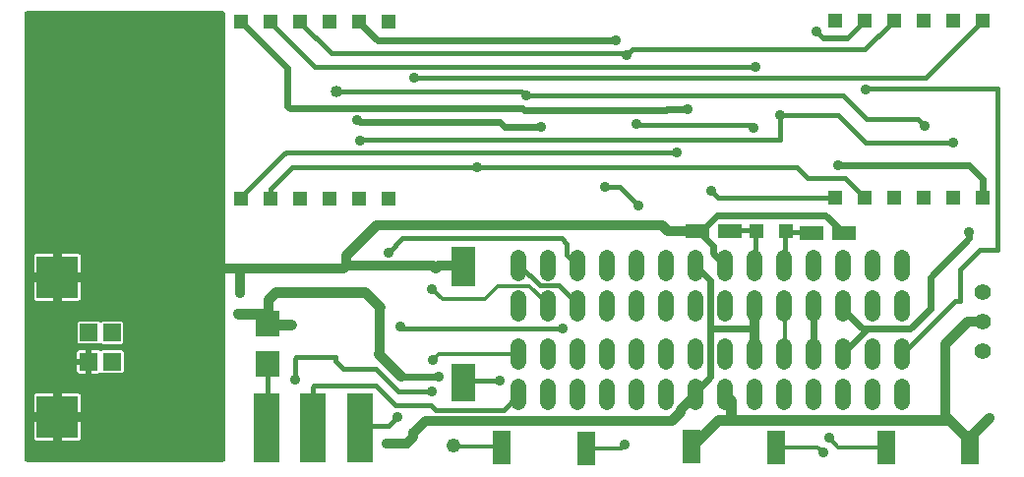
<source format=gbr>
G04 EAGLE Gerber RS-274X export*
G75*
%MOMM*%
%FSLAX34Y34*%
%LPD*%
%INTop Copper*%
%IPPOS*%
%AMOC8*
5,1,8,0,0,1.08239X$1,22.5*%
G01*
%ADD10R,1.308000X1.308000*%
%ADD11C,1.320800*%
%ADD12C,1.408000*%
%ADD13R,2.000000X2.200000*%
%ADD14R,3.516000X3.516000*%
%ADD15R,1.508000X1.508000*%
%ADD16R,2.200000X6.000000*%
%ADD17R,2.000000X3.300000*%
%ADD18R,2.000000X3.500000*%
%ADD19R,1.500000X3.000000*%
%ADD20R,2.159000X1.270000*%
%ADD21C,0.304800*%
%ADD22C,0.609600*%
%ADD23C,0.830581*%
%ADD24C,0.812800*%
%ADD25C,0.914400*%
%ADD26C,1.219200*%
%ADD27C,0.914400*%
%ADD28C,0.838200*%
%ADD29C,0.457200*%
%ADD30C,0.406400*%
%ADD31C,0.474981*%
%ADD32C,1.016000*%
%ADD33C,0.381000*%

G36*
X316018Y402583D02*
X316018Y402583D01*
X316036Y402581D01*
X316218Y402602D01*
X316401Y402621D01*
X316418Y402626D01*
X316435Y402628D01*
X316610Y402685D01*
X316786Y402739D01*
X316801Y402747D01*
X316818Y402753D01*
X316978Y402843D01*
X317140Y402931D01*
X317153Y402942D01*
X317169Y402951D01*
X317308Y403071D01*
X317449Y403188D01*
X317460Y403202D01*
X317474Y403214D01*
X317586Y403359D01*
X317701Y403502D01*
X317709Y403518D01*
X317720Y403532D01*
X317802Y403697D01*
X317887Y403859D01*
X317892Y403876D01*
X317900Y403892D01*
X317947Y404071D01*
X317998Y404246D01*
X318000Y404264D01*
X318004Y404281D01*
X318031Y404612D01*
X318031Y788388D01*
X318029Y788406D01*
X318031Y788424D01*
X318010Y788606D01*
X317991Y788789D01*
X317986Y788806D01*
X317984Y788823D01*
X317927Y788998D01*
X317873Y789174D01*
X317865Y789189D01*
X317859Y789206D01*
X317769Y789366D01*
X317681Y789528D01*
X317670Y789541D01*
X317661Y789557D01*
X317541Y789696D01*
X317424Y789837D01*
X317410Y789848D01*
X317398Y789862D01*
X317253Y789974D01*
X317110Y790089D01*
X317094Y790097D01*
X317080Y790108D01*
X316915Y790190D01*
X316753Y790275D01*
X316736Y790280D01*
X316720Y790288D01*
X316541Y790335D01*
X316366Y790386D01*
X316348Y790388D01*
X316331Y790392D01*
X316000Y790419D01*
X147112Y790419D01*
X147094Y790417D01*
X147076Y790419D01*
X146894Y790398D01*
X146711Y790379D01*
X146694Y790374D01*
X146677Y790372D01*
X146502Y790315D01*
X146326Y790261D01*
X146311Y790253D01*
X146294Y790247D01*
X146134Y790157D01*
X145972Y790069D01*
X145959Y790058D01*
X145943Y790049D01*
X145804Y789929D01*
X145663Y789812D01*
X145652Y789798D01*
X145638Y789786D01*
X145526Y789641D01*
X145411Y789498D01*
X145403Y789482D01*
X145392Y789468D01*
X145310Y789303D01*
X145225Y789141D01*
X145220Y789124D01*
X145212Y789108D01*
X145165Y788929D01*
X145114Y788754D01*
X145112Y788736D01*
X145108Y788719D01*
X145081Y788388D01*
X145081Y404612D01*
X145083Y404594D01*
X145081Y404576D01*
X145102Y404394D01*
X145121Y404211D01*
X145126Y404194D01*
X145128Y404177D01*
X145185Y404002D01*
X145239Y403826D01*
X145247Y403811D01*
X145253Y403794D01*
X145343Y403634D01*
X145431Y403472D01*
X145442Y403459D01*
X145451Y403443D01*
X145571Y403304D01*
X145688Y403163D01*
X145702Y403152D01*
X145714Y403138D01*
X145859Y403026D01*
X146002Y402911D01*
X146018Y402903D01*
X146032Y402892D01*
X146197Y402810D01*
X146359Y402725D01*
X146376Y402720D01*
X146392Y402712D01*
X146571Y402665D01*
X146746Y402614D01*
X146764Y402612D01*
X146781Y402608D01*
X147112Y402581D01*
X316000Y402581D01*
X316018Y402583D01*
G37*
%LPC*%
G36*
X212368Y504127D02*
X212368Y504127D01*
X212011Y504484D01*
X211997Y504495D01*
X211986Y504509D01*
X211842Y504623D01*
X211700Y504739D01*
X211684Y504747D01*
X211670Y504759D01*
X211506Y504842D01*
X211344Y504928D01*
X211327Y504933D01*
X211311Y504941D01*
X211134Y504990D01*
X210958Y505042D01*
X210940Y505044D01*
X210923Y505049D01*
X210740Y505062D01*
X210557Y505079D01*
X210539Y505077D01*
X210522Y505078D01*
X210340Y505055D01*
X210157Y505035D01*
X210140Y505030D01*
X210122Y505028D01*
X209949Y504970D01*
X209773Y504914D01*
X209757Y504905D01*
X209741Y504900D01*
X209581Y504808D01*
X209421Y504719D01*
X209407Y504708D01*
X209392Y504699D01*
X209139Y504484D01*
X208982Y504327D01*
X192218Y504327D01*
X191027Y505518D01*
X191027Y522282D01*
X192218Y523473D01*
X208982Y523473D01*
X209339Y523116D01*
X209352Y523105D01*
X209364Y523091D01*
X209508Y522978D01*
X209650Y522861D01*
X209666Y522853D01*
X209680Y522842D01*
X209844Y522758D01*
X210006Y522672D01*
X210023Y522667D01*
X210039Y522659D01*
X210216Y522610D01*
X210392Y522558D01*
X210410Y522556D01*
X210427Y522551D01*
X210610Y522538D01*
X210793Y522521D01*
X210811Y522523D01*
X210828Y522522D01*
X211010Y522545D01*
X211193Y522565D01*
X211210Y522570D01*
X211228Y522572D01*
X211402Y522631D01*
X211577Y522686D01*
X211592Y522695D01*
X211609Y522700D01*
X211769Y522792D01*
X211929Y522881D01*
X211943Y522892D01*
X211958Y522901D01*
X212211Y523116D01*
X212368Y523273D01*
X229132Y523273D01*
X230323Y522082D01*
X230323Y505318D01*
X229132Y504127D01*
X212368Y504127D01*
G37*
%LPD*%
%LPC*%
G36*
X203099Y478819D02*
X203099Y478819D01*
X203099Y488432D01*
X203097Y488450D01*
X203099Y488467D01*
X203078Y488649D01*
X203059Y488832D01*
X203054Y488849D01*
X203052Y488867D01*
X203039Y488908D01*
X203066Y489002D01*
X203068Y489020D01*
X203072Y489037D01*
X203099Y489368D01*
X203099Y498981D01*
X208475Y498981D01*
X209121Y498808D01*
X209728Y498457D01*
X209817Y498386D01*
X209959Y498270D01*
X209975Y498262D01*
X209989Y498251D01*
X210153Y498168D01*
X210315Y498082D01*
X210332Y498076D01*
X210348Y498068D01*
X210525Y498019D01*
X210701Y497967D01*
X210719Y497965D01*
X210736Y497960D01*
X210920Y497947D01*
X211102Y497930D01*
X211120Y497932D01*
X211138Y497931D01*
X211320Y497954D01*
X211502Y497974D01*
X211519Y497979D01*
X211537Y497981D01*
X211711Y498040D01*
X211886Y498095D01*
X211902Y498104D01*
X211919Y498110D01*
X212078Y498202D01*
X212238Y498290D01*
X212252Y498302D01*
X212268Y498311D01*
X212400Y498423D01*
X229182Y498423D01*
X230373Y497232D01*
X230373Y480468D01*
X229182Y479277D01*
X212410Y479277D01*
X212301Y479363D01*
X212159Y479480D01*
X212143Y479488D01*
X212129Y479499D01*
X211965Y479583D01*
X211803Y479668D01*
X211786Y479674D01*
X211770Y479682D01*
X211593Y479731D01*
X211417Y479783D01*
X211399Y479785D01*
X211382Y479790D01*
X211200Y479803D01*
X211016Y479820D01*
X210998Y479818D01*
X210981Y479819D01*
X210800Y479796D01*
X210616Y479776D01*
X210599Y479771D01*
X210581Y479769D01*
X210407Y479710D01*
X210232Y479655D01*
X210217Y479646D01*
X210199Y479640D01*
X210040Y479548D01*
X209880Y479460D01*
X209866Y479448D01*
X209851Y479439D01*
X209757Y479360D01*
X209121Y478992D01*
X208475Y478819D01*
X203099Y478819D01*
G37*
%LPD*%
%LPC*%
G36*
X177563Y565663D02*
X177563Y565663D01*
X177563Y581721D01*
X191415Y581721D01*
X192061Y581548D01*
X192640Y581213D01*
X193113Y580740D01*
X193448Y580161D01*
X193621Y579515D01*
X193621Y565663D01*
X177563Y565663D01*
G37*
%LPD*%
%LPC*%
G36*
X177563Y445263D02*
X177563Y445263D01*
X177563Y461321D01*
X191415Y461321D01*
X192061Y461148D01*
X192640Y460813D01*
X193113Y460340D01*
X193448Y459761D01*
X193621Y459115D01*
X193621Y445263D01*
X177563Y445263D01*
G37*
%LPD*%
%LPC*%
G36*
X153379Y565663D02*
X153379Y565663D01*
X153379Y579515D01*
X153552Y580161D01*
X153887Y580740D01*
X154360Y581213D01*
X154939Y581548D01*
X155585Y581721D01*
X169437Y581721D01*
X169437Y565663D01*
X153379Y565663D01*
G37*
%LPD*%
%LPC*%
G36*
X177563Y541479D02*
X177563Y541479D01*
X177563Y557537D01*
X193621Y557537D01*
X193621Y543685D01*
X193448Y543039D01*
X193113Y542460D01*
X192640Y541987D01*
X192061Y541652D01*
X191415Y541479D01*
X177563Y541479D01*
G37*
%LPD*%
%LPC*%
G36*
X153379Y445263D02*
X153379Y445263D01*
X153379Y459115D01*
X153552Y459761D01*
X153887Y460340D01*
X154360Y460813D01*
X154939Y461148D01*
X155585Y461321D01*
X169437Y461321D01*
X169437Y445263D01*
X153379Y445263D01*
G37*
%LPD*%
%LPC*%
G36*
X177563Y421079D02*
X177563Y421079D01*
X177563Y437137D01*
X193621Y437137D01*
X193621Y423285D01*
X193448Y422639D01*
X193113Y422060D01*
X192640Y421587D01*
X192061Y421252D01*
X191415Y421079D01*
X177563Y421079D01*
G37*
%LPD*%
%LPC*%
G36*
X155585Y541479D02*
X155585Y541479D01*
X154939Y541652D01*
X154360Y541987D01*
X153887Y542460D01*
X153552Y543039D01*
X153379Y543685D01*
X153379Y557537D01*
X169437Y557537D01*
X169437Y541479D01*
X155585Y541479D01*
G37*
%LPD*%
%LPC*%
G36*
X155585Y421079D02*
X155585Y421079D01*
X154939Y421252D01*
X154360Y421587D01*
X153887Y422060D01*
X153552Y422639D01*
X153379Y423285D01*
X153379Y437137D01*
X169437Y437137D01*
X169437Y421079D01*
X155585Y421079D01*
G37*
%LPD*%
%LPC*%
G36*
X190519Y491399D02*
X190519Y491399D01*
X190519Y496775D01*
X190692Y497421D01*
X191027Y498000D01*
X191500Y498473D01*
X192079Y498808D01*
X192725Y498981D01*
X198101Y498981D01*
X198101Y491399D01*
X190519Y491399D01*
G37*
%LPD*%
%LPC*%
G36*
X192725Y478819D02*
X192725Y478819D01*
X192079Y478992D01*
X191500Y479327D01*
X191027Y479800D01*
X190692Y480379D01*
X190519Y481025D01*
X190519Y486401D01*
X198101Y486401D01*
X198101Y478819D01*
X192725Y478819D01*
G37*
%LPD*%
%LPC*%
G36*
X173499Y561599D02*
X173499Y561599D01*
X173499Y561601D01*
X173501Y561601D01*
X173501Y561599D01*
X173499Y561599D01*
G37*
%LPD*%
%LPC*%
G36*
X173499Y441199D02*
X173499Y441199D01*
X173499Y441201D01*
X173501Y441201D01*
X173501Y441199D01*
X173499Y441199D01*
G37*
%LPD*%
D10*
X331629Y629245D03*
X357029Y629245D03*
X382429Y629245D03*
X407829Y629245D03*
X433229Y629245D03*
X458629Y629245D03*
X458629Y781645D03*
X433229Y781645D03*
X407829Y781645D03*
X382429Y781645D03*
X357029Y781645D03*
X331629Y781645D03*
X842907Y629991D03*
X868307Y629991D03*
X893707Y629991D03*
X919107Y629991D03*
X944507Y629991D03*
X969907Y629991D03*
X969907Y782391D03*
X944507Y782391D03*
X919107Y782391D03*
X893707Y782391D03*
X868307Y782391D03*
X842907Y782391D03*
D11*
X570400Y467004D02*
X570400Y453796D01*
X595800Y453796D02*
X595800Y467004D01*
X621200Y467004D02*
X621200Y453796D01*
X646600Y453796D02*
X646600Y467004D01*
X672000Y467004D02*
X672000Y453796D01*
X697400Y453796D02*
X697400Y467004D01*
X722800Y467004D02*
X722800Y453796D01*
X748200Y453796D02*
X748200Y467004D01*
X773600Y467004D02*
X773600Y453796D01*
X799000Y453796D02*
X799000Y467004D01*
X824400Y467004D02*
X824400Y453796D01*
X849800Y453796D02*
X849800Y467004D01*
X875200Y467004D02*
X875200Y453796D01*
X900600Y453796D02*
X900600Y467004D01*
X900600Y529996D02*
X900600Y543204D01*
X875200Y543204D02*
X875200Y529996D01*
X849800Y529996D02*
X849800Y543204D01*
X824400Y543204D02*
X824400Y529996D01*
X799000Y529996D02*
X799000Y543204D01*
X773600Y543204D02*
X773600Y529996D01*
X748200Y529996D02*
X748200Y543204D01*
X722800Y543204D02*
X722800Y529996D01*
X697400Y529996D02*
X697400Y543204D01*
X672000Y543204D02*
X672000Y529996D01*
X646600Y529996D02*
X646600Y543204D01*
X621200Y543204D02*
X621200Y529996D01*
X595800Y529996D02*
X595800Y543204D01*
X570400Y543204D02*
X570400Y529996D01*
X570400Y564996D02*
X570400Y578204D01*
X595800Y578204D02*
X595800Y564996D01*
X621200Y564996D02*
X621200Y578204D01*
X646600Y578204D02*
X646600Y564996D01*
X672000Y564996D02*
X672000Y578204D01*
X697400Y578204D02*
X697400Y564996D01*
X722800Y564996D02*
X722800Y578204D01*
X748200Y578204D02*
X748200Y564996D01*
X773600Y564996D02*
X773600Y578204D01*
X799000Y578204D02*
X799000Y564996D01*
X824400Y564996D02*
X824400Y578204D01*
X849800Y578204D02*
X849800Y564996D01*
X875200Y564996D02*
X875200Y578204D01*
X900600Y578204D02*
X900600Y564996D01*
X900600Y502004D02*
X900600Y488796D01*
X875200Y488796D02*
X875200Y502004D01*
X849800Y502004D02*
X849800Y488796D01*
X824400Y488796D02*
X824400Y502004D01*
X799000Y502004D02*
X799000Y488796D01*
X773600Y488796D02*
X773600Y502004D01*
X748200Y502004D02*
X748200Y488796D01*
X722800Y488796D02*
X722800Y502004D01*
X697400Y502004D02*
X697400Y488796D01*
X672000Y488796D02*
X672000Y502004D01*
X646600Y502004D02*
X646600Y488796D01*
X621200Y488796D02*
X621200Y502004D01*
X595800Y502004D02*
X595800Y488796D01*
X570400Y488796D02*
X570400Y502004D01*
D12*
X969900Y548900D03*
X969900Y523500D03*
X969900Y498100D03*
D13*
X354500Y487000D03*
X354500Y521500D03*
D14*
X173500Y561600D03*
X173500Y441200D03*
D15*
X200600Y513900D03*
X200600Y488900D03*
X220750Y513700D03*
X220800Y488850D03*
D16*
X353800Y432000D03*
X393200Y432000D03*
X433800Y432000D03*
D17*
X522500Y470500D03*
D18*
X522500Y570500D03*
D19*
X555700Y414800D03*
X628300Y414300D03*
X719700Y415800D03*
X792300Y415300D03*
X959300Y414700D03*
X886700Y415200D03*
D10*
X774800Y601500D03*
X800200Y601500D03*
D20*
X752290Y600850D03*
X724710Y600850D03*
X822910Y599350D03*
X850490Y599350D03*
D21*
X557213Y415925D02*
X555700Y414800D01*
D22*
X834863Y614525D02*
X849313Y600075D01*
X834863Y614525D02*
X741525Y614525D01*
X727075Y600075D01*
D21*
X849313Y600075D02*
X850490Y599350D01*
X727075Y600075D02*
X724710Y600850D01*
X958850Y420900D02*
X958850Y416700D01*
X958850Y415925D01*
X959300Y414700D01*
D23*
X501650Y571500D02*
X498900Y568750D01*
D24*
X501650Y571500D02*
X522288Y571500D01*
D21*
X522500Y570500D01*
X555625Y415925D02*
X555700Y414800D01*
D25*
X171150Y753425D03*
X422013Y571350D03*
X501650Y571500D03*
X293138Y569025D03*
D24*
X699350Y600850D02*
X724710Y600850D01*
X699350Y600850D02*
X693600Y606600D01*
D26*
X514550Y416850D03*
D22*
X737650Y582150D02*
X748200Y571600D01*
X737650Y582150D02*
X737650Y588650D01*
X725450Y600850D01*
X724710Y600850D01*
D24*
X937800Y441950D02*
X940025Y439725D01*
X958850Y420900D01*
D25*
X975600Y440550D03*
D24*
X969900Y523500D02*
X957100Y523500D01*
X937800Y504200D01*
X937800Y441950D01*
X958850Y423800D02*
X975600Y440550D01*
X958850Y423800D02*
X958850Y416700D01*
D21*
X515475Y415925D02*
X514550Y416850D01*
X515475Y415925D02*
X555625Y415925D01*
X557213Y415925D01*
D24*
X448350Y606600D02*
X693600Y606600D01*
X448350Y606600D02*
X422013Y580263D01*
D25*
X331000Y548250D03*
D27*
X748200Y460400D02*
X752800Y455800D01*
X752800Y438600D01*
X938900Y438600D01*
X940025Y439725D01*
X742500Y438600D02*
X719700Y415800D01*
X742500Y438600D02*
X752800Y438600D01*
D25*
X296650Y701650D03*
X217100Y640650D03*
X258500Y495450D03*
D24*
X422013Y571350D02*
X422013Y580263D01*
X422013Y571350D02*
X496300Y571350D01*
X498900Y568750D01*
X422013Y571350D02*
X419313Y568650D01*
X332650Y568650D01*
X331000Y567000D01*
X331000Y548250D01*
D25*
X297888Y598025D03*
D24*
X293138Y569025D02*
X332275Y569025D01*
X332650Y568650D01*
D27*
X329088Y529938D02*
X349277Y529938D01*
D21*
X354500Y521500D01*
D27*
X355600Y520700D02*
X374650Y520700D01*
D21*
X355600Y520700D02*
X354500Y521500D01*
D25*
X329088Y529938D03*
X501350Y476038D03*
X374650Y520700D03*
D24*
X355400Y542100D02*
X362200Y548900D01*
X355400Y542100D02*
X355400Y520900D01*
X355600Y520700D01*
D25*
X456600Y418600D03*
D24*
X709750Y447350D02*
X722800Y460400D01*
X702400Y438000D02*
X490450Y438000D01*
X479900Y427450D01*
X479900Y424200D01*
X474300Y418600D01*
X456600Y418600D01*
X709750Y445350D02*
X709750Y447350D01*
X709750Y445350D02*
X702400Y438000D01*
X773600Y517550D02*
X773600Y536600D01*
X773600Y517550D02*
X773600Y495400D01*
D22*
X722800Y462750D02*
X722800Y460400D01*
X735650Y475600D02*
X735650Y516550D01*
X736650Y517550D01*
X773600Y517550D01*
X735650Y475600D02*
X722800Y462750D01*
X735650Y558750D02*
X722800Y571600D01*
X735650Y558750D02*
X735650Y516550D01*
X501350Y476038D02*
X469313Y476038D01*
D27*
X437850Y548900D02*
X362200Y548900D01*
X437850Y548900D02*
X450825Y535925D01*
D25*
X449950Y495500D03*
D28*
X449950Y495400D02*
X469313Y476038D01*
X449950Y495400D02*
X449950Y495500D01*
X450825Y496275D02*
X450825Y535925D01*
X450825Y496275D02*
X449950Y495400D01*
D25*
X458225Y582775D03*
D29*
X611900Y580900D02*
X621200Y571600D01*
X611900Y580900D02*
X611900Y590200D01*
X607150Y594950D01*
X470300Y594950D01*
X458225Y582875D01*
X458225Y582775D01*
D25*
X495600Y463163D03*
X377825Y473075D03*
D29*
X466904Y463163D02*
X495600Y463163D01*
X447566Y482500D02*
X419800Y482500D01*
X413050Y489250D01*
X413050Y492500D01*
X412750Y492800D01*
X379250Y492800D01*
X377825Y491375D01*
X377825Y473075D01*
X447566Y482500D02*
X466904Y463163D01*
X354013Y485775D02*
X354013Y433388D01*
D21*
X354013Y485775D02*
X354500Y487000D01*
X354013Y433388D02*
X353800Y432000D01*
D29*
X393200Y432000D02*
X393200Y466750D01*
X394550Y468100D01*
X447450Y468100D01*
X495243Y451350D02*
X499093Y447500D01*
X557500Y447500D01*
X570400Y460400D01*
X464200Y451350D02*
X447450Y468100D01*
X464200Y451350D02*
X495243Y451350D01*
X604638Y554238D02*
X620713Y538163D01*
D30*
X604638Y554238D02*
X588763Y554238D01*
D29*
X571500Y571500D01*
D21*
X620713Y538163D02*
X621200Y536600D01*
X571500Y571500D02*
X570400Y571600D01*
X525163Y472775D02*
X523875Y471488D01*
D29*
X525163Y472775D02*
X554000Y472775D01*
D21*
X523875Y471488D02*
X522500Y470500D01*
D25*
X554000Y472775D03*
D21*
X501363Y495300D02*
X496600Y490538D01*
X501363Y495300D02*
X569913Y495300D01*
X570400Y495400D01*
D25*
X496600Y490538D03*
D21*
X504763Y542475D02*
X541175Y542475D01*
X504763Y542475D02*
X495863Y551375D01*
X541175Y542475D02*
X552738Y554038D01*
X579438Y554038D01*
X595313Y538163D01*
X595800Y536600D01*
D25*
X495863Y551375D03*
D29*
X826813Y773113D02*
X832850Y767075D01*
D31*
X852800Y767075D01*
D29*
X866775Y781050D01*
D21*
X868307Y782391D01*
D29*
X395288Y742950D02*
X357188Y781050D01*
X395288Y742950D02*
X774700Y742950D01*
D21*
X357188Y781050D02*
X357029Y781645D01*
D25*
X826813Y773113D03*
X774700Y742950D03*
X480500Y733425D03*
D29*
X920941Y733425D02*
X969907Y782391D01*
X920941Y733425D02*
X480500Y733425D01*
X869888Y697525D02*
X888000Y697525D01*
X913888Y697525D02*
X919988Y691425D01*
X913888Y697525D02*
X888000Y697525D01*
X869888Y697525D02*
X849463Y717950D01*
X586613Y717950D01*
D25*
X919988Y691425D03*
X576663Y717950D03*
D32*
X413500Y721600D03*
D29*
X576663Y717950D02*
X586613Y717950D01*
X573013Y721600D02*
X413500Y721600D01*
X573013Y721600D02*
X576663Y717950D01*
D25*
X535000Y656200D03*
D29*
X357029Y637579D02*
X357029Y629245D01*
X357029Y637579D02*
X375750Y656300D01*
X534900Y656300D01*
X535000Y656200D01*
X534900Y656300D02*
X809950Y656300D01*
X851398Y646900D02*
X868307Y629991D01*
X819350Y646900D02*
X809950Y656300D01*
X819350Y646900D02*
X851398Y646900D01*
X369350Y667800D02*
X368750Y667800D01*
X331902Y630952D01*
D21*
X331629Y629245D01*
D25*
X707000Y669050D03*
D29*
X370600Y669050D02*
X369350Y667800D01*
X370600Y669050D02*
X707000Y669050D01*
D25*
X736200Y635850D03*
D29*
X742059Y629991D01*
X842907Y629991D01*
X668588Y757488D02*
X663575Y752475D01*
X668588Y757488D02*
X868613Y757488D01*
X892175Y781050D01*
D21*
X893707Y782391D01*
D29*
X409575Y754063D02*
X382588Y781050D01*
X409575Y754063D02*
X663575Y754063D01*
D21*
X382588Y781050D02*
X382429Y781645D01*
X663575Y754063D02*
X663575Y752475D01*
D25*
X663575Y752475D03*
D21*
X795113Y680313D02*
X795200Y680225D01*
D29*
X795113Y680313D02*
X795113Y700813D01*
X795200Y680225D02*
X434575Y680225D01*
X433575Y679225D01*
D25*
X795113Y700813D03*
X433575Y679225D03*
D29*
X795713Y701413D02*
X845238Y701413D01*
D33*
X795713Y701413D02*
X795113Y700813D01*
D29*
X845238Y701413D02*
X869250Y677400D01*
D25*
X944850Y677050D03*
D29*
X944500Y677400D02*
X869250Y677400D01*
X944500Y677400D02*
X944850Y677050D01*
D25*
X869100Y722800D03*
D33*
X946400Y541200D02*
X900600Y495400D01*
X946400Y541200D02*
X950300Y541200D01*
X950300Y568300D01*
X967100Y585100D01*
X982434Y585100D01*
X982434Y723550D01*
X869850Y723550D01*
X869100Y722800D01*
D25*
X673488Y622963D03*
X645100Y638950D03*
D29*
X657500Y638950D01*
X673488Y622963D01*
D21*
X671663Y692825D02*
X671663Y693300D01*
X769950Y692825D02*
X772825Y689950D01*
D29*
X769950Y692825D02*
X671663Y692825D01*
D25*
X671663Y693300D03*
X772825Y689950D03*
D22*
X924650Y534050D02*
X907613Y517013D01*
X871025Y517013D01*
D25*
X958400Y600275D03*
D22*
X958425Y595425D01*
X924650Y561650D02*
X924650Y534050D01*
X924650Y561650D02*
X958425Y595425D01*
X871025Y517013D02*
X866338Y517013D01*
X849800Y533550D02*
X849800Y536600D01*
X849800Y533550D02*
X866338Y517013D01*
X871025Y517013D02*
X849800Y495788D01*
X849800Y495400D01*
D25*
X845800Y657700D03*
D22*
X969907Y645643D02*
X969907Y629991D01*
X957850Y657700D02*
X845800Y657700D01*
X957850Y657700D02*
X969907Y645643D01*
X824400Y536600D02*
X824400Y495400D01*
D21*
X800100Y496888D02*
X800100Y536575D01*
X800100Y496888D02*
X799000Y495400D01*
X800100Y536575D02*
X799000Y536600D01*
D25*
X716300Y706200D03*
D22*
X371650Y741624D02*
X331629Y781645D01*
X371650Y741624D02*
X371650Y708950D01*
X373736Y706865D01*
X573363Y706865D01*
X575177Y705050D01*
X698200Y706200D02*
X716300Y706200D01*
X698200Y706200D02*
X697050Y705050D01*
X575177Y705050D01*
X590138Y691000D02*
X558438Y691000D01*
X554025Y695413D01*
X433625Y695413D01*
X431825Y697213D01*
D25*
X431825Y697213D03*
X590138Y691000D03*
D21*
X827875Y415300D02*
X832700Y410475D01*
X827875Y415300D02*
X792300Y415300D01*
D25*
X832700Y410475D03*
D21*
X661988Y417513D02*
X658813Y414338D01*
X628650Y414338D01*
X628300Y414300D01*
D25*
X661988Y417513D03*
D21*
X845500Y415200D02*
X886700Y415200D01*
X845500Y415200D02*
X837575Y423125D01*
D25*
X837575Y423125D03*
D21*
X608363Y516988D02*
X607938Y517413D01*
D29*
X470013Y517413D01*
D21*
X468313Y519113D01*
D29*
X466350Y440988D02*
X458750Y433388D01*
X434975Y433388D01*
D21*
X433800Y432000D01*
D25*
X608363Y516988D03*
X468313Y519113D03*
X466350Y440988D03*
D29*
X752475Y601663D02*
X774700Y601663D01*
D21*
X752475Y601663D02*
X752290Y600850D01*
X774700Y601663D02*
X774800Y601500D01*
D29*
X774700Y600075D02*
X774700Y573088D01*
D21*
X773600Y571600D01*
X774700Y600075D02*
X774800Y601500D01*
D29*
X801688Y600075D02*
X822325Y600075D01*
D21*
X822910Y599350D01*
X801688Y600075D02*
X800200Y601500D01*
D29*
X800100Y600075D02*
X800100Y573088D01*
D21*
X799000Y571600D01*
X800100Y600075D02*
X800200Y601500D01*
D22*
X449263Y765175D02*
X433388Y781050D01*
X449263Y765175D02*
X654025Y765175D01*
D21*
X433388Y781050D02*
X433229Y781645D01*
D25*
X654025Y765175D03*
M02*

</source>
